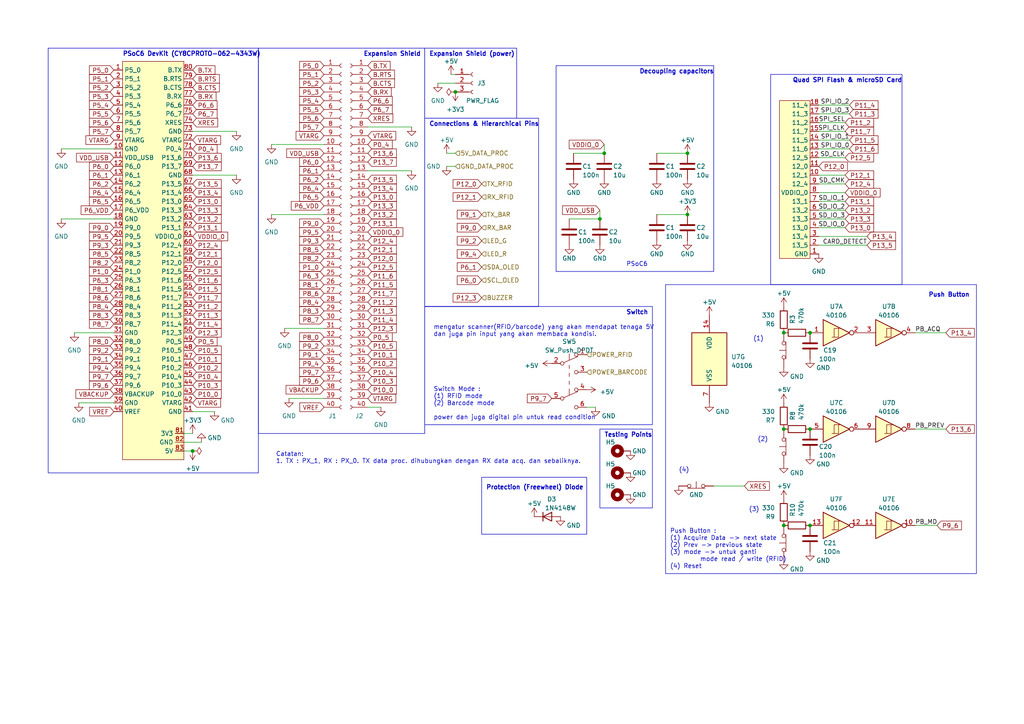
<source format=kicad_sch>
(kicad_sch (version 20230121) (generator eeschema)
  (paper "A4")
  (title_block (title "PSoC (Processing Unit)") (date "2024-04-29") (rev "4.1") (company "Institut Teknologi Bandung") (comment 1 "Bostang Palaguna") (comment 2 "Designed By:"))
  (lib_symbols
    (symbol "4xxx:40106" (pin_names (offset 1.016))
      (property "Reference" "U" (at 0 1.27 0))
      (property "Value" "40106" (at 0 -1.27 0))
      (symbol "40106_1_0"
        (pin input line (at -7.62 0 0) (length 3.81) (name "~") (number "1"))
        (pin output inverted (at 7.62 0 180) (length 3.81) (name "~") (number "2"))
      )
      (symbol "40106_2_0"
        (pin input line (at -7.62 0 0) (length 3.81) (name "~") (number "3"))
        (pin output inverted (at 7.62 0 180) (length 3.81) (name "~") (number "4"))
      )
      (symbol "40106_3_0"
        (pin input line (at -7.62 0 0) (length 3.81) (name "~") (number "5"))
        (pin output inverted (at 7.62 0 180) (length 3.81) (name "~") (number "6"))
      )
      (symbol "40106_4_0"
        (pin output inverted (at 7.62 0 180) (length 3.81) (name "~") (number "8"))
        (pin input line (at -7.62 0 0) (length 3.81) (name "~") (number "9"))
      )
      (symbol "40106_5_0"
        (pin output inverted (at 7.62 0 180) (length 3.81) (name "~") (number "10"))
        (pin input line (at -7.62 0 0) (length 3.81) (name "~") (number "11"))
      )
      (symbol "40106_6_0"
        (pin output inverted (at 7.62 0 180) (length 3.81) (name "~") (number "12"))
        (pin input line (at -7.62 0 0) (length 3.81) (name "~") (number "13"))
      )
      (symbol "40106_7_0"
        (pin power_in line (at 0 12.7 270) (length 5.08) (name "VDD") (number "14"))
        (pin power_in line (at 0 -12.7 90) (length 5.08) (name "VSS") (number "7"))
      )
    )
    (symbol "Connector:Conn_01x03_Socket" (pin_names (offset 1.016) hide)
      (property "Reference" "J" (at 0 5.08 0))
      (property "Value" "Conn_01x03_Socket" (at 0 -5.08 0))
      (symbol "Conn_01x03_Socket_1_1"
        (pin passive line (at -5.08 2.54 0) (length 3.81) (name "Pin_1") (number "1"))
        (pin passive line (at -5.08 0 0) (length 3.81) (name "Pin_2") (number "2"))
        (pin passive line (at -5.08 -2.54 0) (length 3.81) (name "Pin_3") (number "3"))
      )
    )
    (symbol "Connector:Conn_01x40_Socket" (pin_names (offset 1.016) hide)
      (property "Reference" "J" (at 0 50.8 0))
      (property "Value" "Conn_01x40_Socket" (at 0 -53.34 0))
      (symbol "Conn_01x40_Socket_1_1"
        (pin passive line (at -5.08 48.26 0) (length 3.81) (name "Pin_1") (number "1"))
        (pin passive line (at -5.08 25.4 0) (length 3.81) (name "Pin_10") (number "10"))
        (pin passive line (at -5.08 22.86 0) (length 3.81) (name "Pin_11") (number "11"))
        (pin passive line (at -5.08 20.32 0) (length 3.81) (name "Pin_12") (number "12"))
        (pin passive line (at -5.08 17.78 0) (length 3.81) (name "Pin_13") (number "13"))
        (pin passive line (at -5.08 15.24 0) (length 3.81) (name "Pin_14") (number "14"))
        (pin passive line (at -5.08 12.7 0) (length 3.81) (name "Pin_15") (number "15"))
        (pin passive line (at -5.08 10.16 0) (length 3.81) (name "Pin_16") (number "16"))
        (pin passive line (at -5.08 7.62 0) (length 3.81) (name "Pin_17") (number "17"))
        (pin passive line (at -5.08 5.08 0) (length 3.81) (name "Pin_18") (number "18"))
        (pin passive line (at -5.08 2.54 0) (length 3.81) (name "Pin_19") (number "19"))
        (pin passive line (at -5.08 45.72 0) (length 3.81) (name "Pin_2") (number "2"))
        (pin passive line (at -5.08 0 0) (length 3.81) (name "Pin_20") (number "20"))
        (pin passive line (at -5.08 -2.54 0) (length 3.81) (name "Pin_21") (number "21"))
        (pin passive line (at -5.08 -5.08 0) (length 3.81) (name "Pin_22") (number "22"))
        (pin passive line (at -5.08 -7.62 0) (length 3.81) (name "Pin_23") (number "23"))
        (pin passive line (at -5.08 -10.16 0) (length 3.81) (name "Pin_24") (number "24"))
        (pin passive line (at -5.08 -12.7 0) (length 3.81) (name "Pin_25") (number "25"))
        (pin passive line (at -5.08 -15.24 0) (length 3.81) (name "Pin_26") (number "26"))
        (pin passive line (at -5.08 -17.78 0) (length 3.81) (name "Pin_27") (number "27"))
        (pin passive line (at -5.08 -20.32 0) (length 3.81) (name "Pin_28") (number "28"))
        (pin passive line (at -5.08 -22.86 0) (length 3.81) (name "Pin_29") (number "29"))
        (pin passive line (at -5.08 43.18 0) (length 3.81) (name "Pin_3") (number "3"))
        (pin passive line (at -5.08 -25.4 0) (length 3.81) (name "Pin_30") (number "30"))
        (pin passive line (at -5.08 -27.94 0) (length 3.81) (name "Pin_31") (number "31"))
        (pin passive line (at -5.08 -30.48 0) (length 3.81) (name "Pin_32") (number "32"))
        (pin passive line (at -5.08 -33.02 0) (length 3.81) (name "Pin_33") (number "33"))
        (pin passive line (at -5.08 -35.56 0) (length 3.81) (name "Pin_34") (number "34"))
        (pin passive line (at -5.08 -38.1 0) (length 3.81) (name "Pin_35") (number "35"))
        (pin passive line (at -5.08 -40.64 0) (length 3.81) (name "Pin_36") (number "36"))
        (pin passive line (at -5.08 -43.18 0) (length 3.81) (name "Pin_37") (number "37"))
        (pin passive line (at -5.08 -45.72 0) (length 3.81) (name "Pin_38") (number "38"))
        (pin passive line (at -5.08 -48.26 0) (length 3.81) (name "Pin_39") (number "39"))
        (pin passive line (at -5.08 40.64 0) (length 3.81) (name "Pin_4") (number "4"))
        (pin passive line (at -5.08 -50.8 0) (length 3.81) (name "Pin_40") (number "40"))
        (pin passive line (at -5.08 38.1 0) (length 3.81) (name "Pin_5") (number "5"))
        (pin passive line (at -5.08 35.56 0) (length 3.81) (name "Pin_6") (number "6"))
        (pin passive line (at -5.08 33.02 0) (length 3.81) (name "Pin_7") (number "7"))
        (pin passive line (at -5.08 30.48 0) (length 3.81) (name "Pin_8") (number "8"))
        (pin passive line (at -5.08 27.94 0) (length 3.81) (name "Pin_9") (number "9"))
      )
    )
    (symbol "Device:C" (pin_numbers hide) (pin_names (offset 0.254))
      (property "Reference" "C" (at 0.635 2.54 0))
      (property "Value" "C" (at 0.635 -2.54 0))
      (symbol "C_1_1"
        (pin passive line (at 0 3.81 270) (length 2.794) (name "~") (number "1"))
        (pin passive line (at 0 -3.81 90) (length 2.794) (name "~") (number "2"))
      )
    )
    (symbol "Device:R" (pin_numbers hide) (pin_names (offset 0))
      (property "Reference" "R" (at 2.032 0 90))
      (property "Value" "R" (at 0 0 90))
      (symbol "R_1_1"
        (pin passive line (at 0 3.81 270) (length 1.27) (name "~") (number "1"))
        (pin passive line (at 0 -3.81 90) (length 1.27) (name "~") (number "2"))
      )
    )
    (symbol "Diode:1N4148W" (pin_numbers hide) (pin_names hide)
      (property "Reference" "D" (at 0 2.54 0))
      (property "Value" "1N4148W" (at 0 -2.54 0))
      (symbol "1N4148W_1_1"
        (pin passive line (at -3.81 0 0) (length 2.54) (name "K") (number "1"))
        (pin passive line (at 3.81 0 180) (length 2.54) (name "A") (number "2"))
      )
    )
    (symbol "Mechanical:MountingHole_Pad" (pin_numbers hide) (pin_names (offset 1.016) hide)
      (property "Reference" "H" (at 0 6.35 0))
      (property "Value" "MountingHole_Pad" (at 0 4.445 0))
      (symbol "MountingHole_Pad_1_1"
        (pin input line (at 0 -2.54 90) (length 2.54) (name "1") (number "1"))
      )
    )
    (symbol "Switch:SW_Push_DPDT" (pin_names (offset 0) hide)
      (property "Reference" "SW" (at 0 8.89 0))
      (property "Value" "SW_Push_DPDT" (at 0 -10.16 0))
      (symbol "SW_Push_DPDT_1_1"
        (pin passive line (at 5.08 7.62 180) (length 2.54) (name "A") (number "1"))
        (pin passive line (at -5.08 5.08 0) (length 2.54) (name "B") (number "2"))
        (pin passive line (at 5.08 2.54 180) (length 2.54) (name "C") (number "3"))
        (pin passive line (at 5.08 -2.54 180) (length 2.54) (name "A") (number "4"))
        (pin passive line (at -5.08 -5.08 0) (length 2.54) (name "B") (number "5"))
        (pin passive line (at 5.08 -7.62 180) (length 2.54) (name "C") (number "6"))
      )
    )
    (symbol "Switch:SW_Push_Open" (pin_numbers hide) (pin_names (offset 1.016) hide)
      (property "Reference" "SW" (at 0 2.54 0))
      (property "Value" "SW_Push_Open" (at 0 -1.905 0))
      (symbol "SW_Push_Open_0_1"
        (pin passive line (at -5.08 0 0) (length 2.54) (name "A") (number "1"))
      )
      (symbol "SW_Push_Open_1_1"
        (pin passive line (at 5.08 0 180) (length 2.54) (name "B") (number "2"))
      )
    )
    (symbol "WMS_components:CY8CPROTO-062-4343W"
      (property "Reference" "U" (at 1.27 52.07 0))
      (symbol "CY8CPROTO-062-4343W_1_1"
        (pin bidirectional line (at -11.43 46.99 0) (length 2.54) (name "P5_0") (number "1"))
        (pin bidirectional line (at -11.43 24.13 0) (length 2.54) (name "GND") (number "10"))
        (pin bidirectional line (at -11.43 21.59 0) (length 2.54) (name "VDD_USB") (number "11"))
        (pin bidirectional line (at -11.43 19.05 0) (length 2.54) (name "P6_0") (number "12"))
        (pin bidirectional line (at -11.43 16.51 0) (length 2.54) (name "P6_1") (number "13"))
        (pin bidirectional line (at -11.43 13.97 0) (length 2.54) (name "P6_2") (number "14"))
        (pin bidirectional line (at -11.43 11.43 0) (length 2.54) (name "P6_4") (number "15"))
        (pin bidirectional line (at -11.43 8.89 0) (length 2.54) (name "P6_5") (number "16"))
        (pin bidirectional line (at -11.43 6.35 0) (length 2.54) (name "P6_VDD") (number "17"))
        (pin bidirectional line (at -11.43 3.81 0) (length 2.54) (name "GND") (number "18"))
        (pin bidirectional line (at -11.43 1.27 0) (length 2.54) (name "P9_0") (number "19"))
        (pin bidirectional line (at -11.43 44.45 0) (length 2.54) (name "P5_1") (number "2"))
        (pin bidirectional line (at -11.43 -1.27 0) (length 2.54) (name "P9_5") (number "20"))
        (pin bidirectional line (at -11.43 -3.81 0) (length 2.54) (name "P9_3") (number "21"))
        (pin bidirectional line (at -11.43 -6.35 0) (length 2.54) (name "P8_5") (number "22"))
        (pin bidirectional line (at -11.43 -8.89 0) (length 2.54) (name "P8_2") (number "23"))
        (pin bidirectional line (at -11.43 -11.43 0) (length 2.54) (name "P1_0") (number "24"))
        (pin bidirectional line (at -11.43 -13.97 0) (length 2.54) (name "P6_3") (number "25"))
        (pin bidirectional line (at -11.43 -16.51 0) (length 2.54) (name "P8_1") (number "26"))
        (pin bidirectional line (at -11.43 -19.05 0) (length 2.54) (name "P8_6") (number "27"))
        (pin bidirectional line (at -11.43 -21.59 0) (length 2.54) (name "P8_4") (number "28"))
        (pin bidirectional line (at -11.43 -24.13 0) (length 2.54) (name "P8_3") (number "29"))
        (pin bidirectional line (at -11.43 41.91 0) (length 2.54) (name "P5_2") (number "3"))
        (pin bidirectional line (at -11.43 -26.67 0) (length 2.54) (name "P8_7") (number "30"))
        (pin bidirectional line (at -11.43 -29.21 0) (length 2.54) (name "GND") (number "31"))
        (pin bidirectional line (at -11.43 -31.75 0) (length 2.54) (name "P8_0") (number "32"))
        (pin bidirectional line (at -11.43 -34.29 0) (length 2.54) (name "P9_2") (number "33"))
        (pin bidirectional line (at -11.43 -36.83 0) (length 2.54) (name "P9_1") (number "34"))
        (pin bidirectional line (at -11.43 -39.37 0) (length 2.54) (name "P9_4") (number "35"))
        (pin bidirectional line (at -11.43 -41.91 0) (length 2.54) (name "P9_7") (number "36"))
        (pin bidirectional line (at -11.43 -44.45 0) (length 2.54) (name "P9_6") (number "37"))
        (pin bidirectional line (at -11.43 -46.99 0) (length 2.54) (name "VBACKUP") (number "38"))
        (pin bidirectional line (at -11.43 -49.53 0) (length 2.54) (name "GND") (number "39"))
        (pin bidirectional line (at -11.43 39.37 0) (length 2.54) (name "P5_3") (number "4"))
        (pin bidirectional line (at -11.43 -52.07 0) (length 2.54) (name "VREF") (number "40"))
        (pin bidirectional line (at 11.43 -52.07 180) (length 2.54) (name "GND") (number "41"))
        (pin bidirectional line (at 11.43 -49.53 180) (length 2.54) (name "VTARG") (number "42"))
        (pin bidirectional line (at 11.43 -46.99 180) (length 2.54) (name "P10_0") (number "43"))
        (pin bidirectional line (at 11.43 -44.45 180) (length 2.54) (name "P10_3") (number "44"))
        (pin bidirectional line (at 11.43 -41.91 180) (length 2.54) (name "P10_4") (number "45"))
        (pin bidirectional line (at 11.43 -39.37 180) (length 2.54) (name "P10_2") (number "46"))
        (pin bidirectional line (at 11.43 -36.83 180) (length 2.54) (name "P10_1") (number "47"))
        (pin bidirectional line (at 11.43 -34.29 180) (length 2.54) (name "P10_5") (number "48"))
        (pin bidirectional line (at 11.43 -31.75 180) (length 2.54) (name "P0_5") (number "49"))
        (pin bidirectional line (at -11.43 36.83 0) (length 2.54) (name "P5_4") (number "5"))
        (pin bidirectional line (at 11.43 -29.21 180) (length 2.54) (name "P12_3") (number "50"))
        (pin bidirectional line (at 11.43 -26.67 180) (length 2.54) (name "P11_4") (number "51"))
        (pin bidirectional line (at 11.43 -24.13 180) (length 2.54) (name "P11_3") (number "52"))
        (pin bidirectional line (at 11.43 -21.59 180) (length 2.54) (name "P11_2") (number "53"))
        (pin bidirectional line (at 11.43 -19.05 180) (length 2.54) (name "P11_7") (number "54"))
        (pin bidirectional line (at 11.43 -16.51 180) (length 2.54) (name "P11_5") (number "55"))
        (pin bidirectional line (at 11.43 -13.97 180) (length 2.54) (name "P11_6") (number "56"))
        (pin bidirectional line (at 11.43 -11.43 180) (length 2.54) (name "P12_5") (number "57"))
        (pin bidirectional line (at 11.43 -8.89 180) (length 2.54) (name "P12_0") (number "58"))
        (pin bidirectional line (at 11.43 -6.35 180) (length 2.54) (name "P12_1") (number "59"))
        (pin bidirectional line (at -11.43 34.29 0) (length 2.54) (name "P5_5") (number "6"))
        (pin bidirectional line (at 11.43 -3.81 180) (length 2.54) (name "P12_4") (number "60"))
        (pin bidirectional line (at 11.43 -1.27 180) (length 2.54) (name "VDDIO_0") (number "61"))
        (pin bidirectional line (at 11.43 1.27 180) (length 2.54) (name "P13_1") (number "62"))
        (pin bidirectional line (at 11.43 3.81 180) (length 2.54) (name "P13_2") (number "63"))
        (pin bidirectional line (at 11.43 6.35 180) (length 2.54) (name "P13_3") (number "64"))
        (pin bidirectional line (at 11.43 8.89 180) (length 2.54) (name "P13_0") (number "65"))
        (pin bidirectional line (at 11.43 11.43 180) (length 2.54) (name "P13_4") (number "66"))
        (pin bidirectional line (at 11.43 13.97 180) (length 2.54) (name "P13_5") (number "67"))
        (pin bidirectional line (at 11.43 16.51 180) (length 2.54) (name "GND") (number "68"))
        (pin bidirectional line (at 11.43 19.05 180) (length 2.54) (name "P13_7") (number "69"))
        (pin bidirectional line (at -11.43 31.75 0) (length 2.54) (name "P5_6") (number "7"))
        (pin bidirectional line (at 11.43 21.59 180) (length 2.54) (name "P13_6") (number "70"))
        (pin bidirectional line (at 11.43 24.13 180) (length 2.54) (name "P0_4") (number "71"))
        (pin bidirectional line (at 11.43 26.67 180) (length 2.54) (name "VTARG") (number "72"))
        (pin bidirectional line (at 11.43 29.21 180) (length 2.54) (name "GND") (number "73"))
        (pin bidirectional line (at 11.43 31.75 180) (length 2.54) (name "XRES") (number "74"))
        (pin bidirectional line (at 11.43 34.29 180) (length 2.54) (name "P6_7") (number "75"))
        (pin bidirectional line (at 11.43 36.83 180) (length 2.54) (name "P6_6") (number "76"))
        (pin bidirectional line (at 11.43 39.37 180) (length 2.54) (name "B.RX") (number "77"))
        (pin bidirectional line (at 11.43 41.91 180) (length 2.54) (name "B.CTS") (number "78"))
        (pin bidirectional line (at 11.43 44.45 180) (length 2.54) (name "B.RTS") (number "79"))
        (pin bidirectional line (at -11.43 29.21 0) (length 2.54) (name "P5_7") (number "8"))
        (pin bidirectional line (at 11.43 46.99 180) (length 2.54) (name "B.TX") (number "80"))
        (pin power_in line (at 8.89 -58.42 180) (length 2.54) (name "3V3") (number "81"))
        (pin bidirectional line (at 8.89 -60.96 180) (length 2.54) (name "GND") (number "82"))
        (pin power_in line (at 8.89 -63.5 180) (length 2.54) (name "5V") (number "83"))
        (pin bidirectional line (at -11.43 26.67 0) (length 2.54) (name "VTARG") (number "9"))
      )
    )
    (symbol "WMS_components:QUAD_SPI_and_MICRO_SD"
      (property "Reference" "U" (at 0 6.35 0))
      (symbol "QUAD_SPI_and_MICRO_SD_1_1"
        (pin power_in line (at -21.59 -6.35 90) (length 2.54) (name "GND") (number "1"))
        (pin bidirectional line (at 1.27 -6.35 90) (length 2.54) (name "12_1") (number "10"))
        (pin bidirectional line (at 3.81 -6.35 90) (length 2.54) (name "12_0") (number "11"))
        (pin bidirectional line (at 6.35 -6.35 90) (length 2.54) (name "12_5") (number "12"))
        (pin bidirectional line (at 8.89 -6.35 90) (length 2.54) (name "11_6") (number "13"))
        (pin bidirectional line (at 11.43 -6.35 90) (length 2.54) (name "11_5") (number "14"))
        (pin bidirectional line (at 13.97 -6.35 90) (length 2.54) (name "11_7") (number "15"))
        (pin bidirectional line (at 16.51 -6.35 90) (length 2.54) (name "11_2") (number "16"))
        (pin bidirectional line (at 19.05 -6.35 90) (length 2.54) (name "11_3") (number "17"))
        (pin bidirectional line (at 21.59 -6.35 90) (length 2.54) (name "11_4") (number "18"))
        (pin bidirectional line (at -19.05 -6.35 90) (length 2.54) (name "13_5") (number "2"))
        (pin bidirectional line (at -16.51 -6.35 90) (length 2.54) (name "13_4") (number "3"))
        (pin bidirectional line (at -13.97 -6.35 90) (length 2.54) (name "13_0") (number "4"))
        (pin bidirectional line (at -11.43 -6.35 90) (length 2.54) (name "13_3") (number "5"))
        (pin bidirectional line (at -8.89 -6.35 90) (length 2.54) (name "13_2") (number "6"))
        (pin bidirectional line (at -6.35 -6.35 90) (length 2.54) (name "13_1") (number "7"))
        (pin bidirectional line (at -3.81 -6.35 90) (length 2.54) (name "VDDIO_0") (number "8"))
        (pin bidirectional line (at -1.27 -6.35 90) (length 2.54) (name "12_4") (number "9"))
      )
    )
    (symbol "power:+3V3" (power) (pin_names (offset 0))
      (property "Value" "+3V3" (at 0 3.556 0))
      (symbol "+3V3_1_1"
        (pin power_in line (at 0 0 90) (length 0) hide (name "+3V3") (number "1"))
      )
    )
    (symbol "power:+5V" (power) (pin_names (offset 0))
      (property "Value" "+5V" (at 0 3.556 0))
      (symbol "+5V_1_1"
        (pin power_in line (at 0 0 90) (length 0) hide (name "+5V") (number "1"))
      )
    )
    (symbol "power:GND" (power) (pin_names (offset 0))
      (property "Value" "GND" (at 0 -3.81 0))
      (symbol "GND_1_1"
        (pin power_in line (at 0 0 270) (length 0) hide (name "GND") (number "1"))
      )
    )
    (symbol "power:PWR_FLAG" (power) (pin_numbers hide) (pin_names (offset 0) hide)
      (property "Value" "PWR_FLAG" (at 0 3.81 0))
      (symbol "PWR_FLAG_0_0"
        (pin power_out line (at 0 0 90) (length 0) (name "pwr") (number "1"))
      )
    )
  )
  (junction (at 227.33 96.52))
  (junction (at 132.08 26.67))
  (junction (at 199.39 44.45))
  (junction (at 227.33 152.4))
  (junction (at 234.95 124.46))
  (junction (at 199.39 62.23))
  (junction (at 55.88 130.81))
  (junction (at 234.95 96.52))
  (junction (at 173.99 63.5))
  (junction (at 227.33 124.46))
  (junction (at 234.95 152.4))
  (junction (at 175.26 44.45))
  (wire (pts (xy 175.26 41.91) (xy 175.26 44.45)))
  (wire (pts (xy 251.46 68.58) (xy 237.49 68.58)))
  (wire (pts (xy 82.55 95.25) (xy 93.98 95.25)))
  (wire (pts (xy 68.58 38.1) (xy 55.88 38.1)))
  (wire (pts (xy 245.11 58.42) (xy 237.49 58.42)))
  (wire (pts (xy 62.23 119.38) (xy 55.88 119.38)))
  (wire (pts (xy 265.43 96.52) (xy 274.32 96.52)))
  (wire (pts (xy 245.11 50.8) (xy 237.49 50.8)))
  (wire (pts (xy 251.46 71.12) (xy 237.49 71.12)))
  (wire (pts (xy 127 24.13) (xy 132.08 24.13)))
  (wire (pts (xy 129.54 48.26) (xy 132.08 48.26)))
  (wire (pts (xy 245.11 45.72) (xy 237.49 45.72)))
  (wire (pts (xy 246.38 43.18) (xy 237.49 43.18)))
  (wire (pts (xy 245.11 38.1) (xy 237.49 38.1)))
  (wire (pts (xy 55.88 130.81) (xy 53.34 130.81)))
  (wire (pts (xy 58.42 128.27) (xy 53.34 128.27)))
  (wire (pts (xy 83.82 115.57) (xy 93.98 115.57)))
  (wire (pts (xy 274.32 124.46) (xy 265.43 124.46)))
  (wire (pts (xy 245.11 55.88) (xy 237.49 55.88)))
  (wire (pts (xy 78.74 62.23) (xy 93.98 62.23)))
  (wire (pts (xy 190.5 62.23) (xy 199.39 62.23)))
  (wire (pts (xy 190.5 44.45) (xy 199.39 44.45)))
  (wire (pts (xy 246.38 33.02) (xy 237.49 33.02)))
  (wire (pts (xy 17.78 43.18) (xy 33.02 43.18)))
  (wire (pts (xy 68.58 50.8) (xy 55.88 50.8)))
  (wire (pts (xy 78.74 41.91) (xy 93.98 41.91)))
  (wire (pts (xy 22.86 116.84) (xy 33.02 116.84)))
  (wire (pts (xy 17.78 63.5) (xy 33.02 63.5)))
  (wire (pts (xy 246.38 40.64) (xy 237.49 40.64)))
  (wire (pts (xy 246.38 30.48) (xy 237.49 30.48)))
  (wire (pts (xy 245.11 66.04) (xy 237.49 66.04)))
  (wire (pts (xy 21.59 96.52) (xy 33.02 96.52)))
  (wire (pts (xy 166.37 44.45) (xy 175.26 44.45)))
  (wire (pts (xy 119.38 36.83) (xy 106.68 36.83)))
  (wire (pts (xy 207.01 140.97) (xy 215.9 140.97)))
  (wire (pts (xy 55.88 125.73) (xy 53.34 125.73)))
  (wire (pts (xy 172.72 118.11) (xy 170.18 118.11)))
  (wire (pts (xy 271.78 152.4) (xy 265.43 152.4)))
  (wire (pts (xy 129.54 44.45) (xy 132.08 44.45)))
  (wire (pts (xy 119.38 49.53) (xy 106.68 49.53)))
  (wire (pts (xy 245.11 60.96) (xy 237.49 60.96)))
  (wire (pts (xy 110.49 118.11) (xy 106.68 118.11)))
  (wire (pts (xy 245.11 63.5) (xy 237.49 63.5)))
  (wire (pts (xy 165.1 63.5) (xy 173.99 63.5)))
  (wire (pts (xy 130.81 21.59) (xy 132.08 21.59)))
  (wire (pts (xy 245.11 53.34) (xy 237.49 53.34)))
  (wire (pts (xy 245.11 35.56) (xy 237.49 35.56)))
  (wire (pts (xy 173.99 60.96) (xy 173.99 63.5)))
  (rectangle (start 123.19 13.97) (end 149.86 34.29))
  (rectangle (start 74.93 13.97) (end 123.19 125.73))
  (rectangle (start 123.19 88.9) (end 189.23 123.19))
  (rectangle (start 173.99 124.46) (end 189.23 147.32))
  (rectangle (start 193.04 82.55) (end 283.21 166.37))
  (rectangle (start 223.52 21.59) (end 261.62 82.55))
  (rectangle (start 161.29 19.05) (end 207.01 78.74))
  (rectangle (start 139.7 138.43) (end 170.18 154.94))
  (rectangle (start 123.19 34.29) (end 156.21 88.9))
  (rectangle (start 13.97 13.97) (end 74.93 137.16))
  (text "PSoC6" (at 181.61 77.47 0) (effects (font (size 1.27 1.27)) (justify left bottom)))
  (text "(3)" (at 217.17 148.59 0) (effects (font (size 1.27 1.27)) (justify left bottom)))
  (text "PSoC6 DevKit (CY8CPROTO-062-4343W)" (at 35.56 16.51 0) (effects (font (size 1.27 1.27) (thickness 0.254) bold) (justify left bottom)))
  (text "Expansion Shield (power)" (at 124.46 16.51 0) (effects (font (size 1.27 1.27) (thickness 0.254) bold) (justify left bottom)))
  (text "(2)" (at 219.71 128.27 0) (effects (font (size 1.27 1.27)) (justify left bottom)))
  (text "(4)" (at 196.85 137.16 0) (effects (font (size 1.27 1.27)) (justify left bottom)))
  (text "Decoupling capacitors" (at 185.42 21.59 0) (effects (font (size 1.27 1.27) (thickness 0.254) bold) (justify left bottom)))
  (text "Push Button :\n(1) Acquire Data -> next state\n(2) Prev -> previous state\n(3) mode -> untuk ganti\n         mode read / write (RFID)\n(4) Reset" (at 194.31 165.1 0) (effects (font (size 1.27 1.27)) (justify left bottom)))
  (text "(1)" (at 218.44 99.06 0) (effects (font (size 1.27 1.27)) (justify left bottom)))
  (text "Switch" (at 181.61 91.44 0) (effects (font (size 1.27 1.27) (thickness 0.254) bold) (justify left bottom)))
  (text "Expansion Shield" (at 105.41 16.51 0) (effects (font (size 1.27 1.27) (thickness 0.254) bold) (justify left bottom)))
  (text "Connections & Hierarchical Pins" (at 124.46 36.83 0) (effects (font (size 1.27 1.27) (thickness 0.254) bold) (justify left bottom)))
  (text "mengatur scanner(RFID/barcode) yang akan mendapat tenaga 5V\ndan juga pin input yang akan membaca kondisi." (at 125.73 97.79 0) (effects (font (size 1.27 1.27)) (justify left bottom)))
  (text "Catatan:\n1. TX : PX_1, RX : PX_0. TX data proc. dihubungkan dengan RX data acq. dan sebaliknya." (at 80.01 134.62 0) (effects (font (size 1.27 1.27)) (justify left bottom)))
  (text "Protection (Freewheel) Diode" (at 140.97 142.24 0) (effects (font (size 1.27 1.27) (thickness 0.254) bold) (justify left bottom)))
  (text "Switch Mode :\n(1) RFID mode\n(2) Barcode mode\n\npower dan juga digital pin untuk read condition" (at 125.73 121.92 0) (effects (font (size 1.27 1.27)) (justify left bottom)))
  (text "Quad SPI Flash & microSD Card" (at 229.87 24.13 0) (effects (font (size 1.27 1.27) (thickness 0.254) bold) (justify left bottom)))
  (text "Testing Points" (at 175.26 127 0) (effects (font (size 1.27 1.27) (thickness 0.254) bold) (justify left bottom)))
  (text "Push Button" (at 269.24 86.36 0) (effects (font (size 1.27 1.27) (thickness 0.254) bold) (justify left bottom)))
  (label "SPI_IO_2" (at 246.38 30.48 180))
  (label "SD_IO_1" (at 245.11 58.42 180))
  (label "SD_IO_0" (at 245.11 66.04 180))
  (label "PB_PREV" (at 265.43 124.46 0))
  (label "SPI_SEL" (at 245.11 35.56 180))
  (label "PB_ACQ" (at 265.43 96.52 0))
  (label "CARD_DETECT" (at 251.46 71.12 180))
  (label "SPI_IO_0" (at 246.38 43.18 180))
  (label "SD_CLK" (at 245.11 45.72 180))
  (label "SD_CMK" (at 245.11 53.34 180))
  (label "SD_IO_2" (at 245.11 60.96 180))
  (label "SPI_IO_1" (at 246.38 40.64 180))
  (label "SPI_CLK" (at 245.11 38.1 180))
  (label "SPI_IO_3" (at 246.38 33.02 180))
  (label "PB_MD" (at 265.43 152.4 0))
  (label "SD_IO_3" (at 245.11 63.5 180))
  (global_label "P13_5" (shape input) (at 106.68 52.07 0) (property "Intersheetrefs" "${INTERSHEET_REFS}" (effects hide)))
  (global_label "P10_1" (shape input) (at 106.68 102.87 0) (property "Intersheetrefs" "${INTERSHEET_REFS}" (effects hide)))
  (global_label "P11_5" (shape input) (at 55.88 83.82 0) (property "Intersheetrefs" "${INTERSHEET_REFS}" (effects hide)))
  (global_label "P8_7" (shape input) (at 33.02 93.98 180) (property "Intersheetrefs" "${INTERSHEET_REFS}" (effects hide)))
  (global_label "P5_6" (shape input) (at 93.98 34.29 180) (property "Intersheetrefs" "${INTERSHEET_REFS}" (effects hide)))
  (global_label "B.RTS" (shape input) (at 55.88 22.86 0) (property "Intersheetrefs" "${INTERSHEET_REFS}" (effects hide)))
  (global_label "P11_6" (shape input) (at 55.88 81.28 0) (property "Intersheetrefs" "${INTERSHEET_REFS}" (effects hide)))
  (global_label "P11_3" (shape input) (at 55.88 91.44 0) (property "Intersheetrefs" "${INTERSHEET_REFS}" (effects hide)))
  (global_label "P12_0" (shape input) (at 237.49 48.26 0) (property "Intersheetrefs" "${INTERSHEET_REFS}" (effects hide)))
  (global_label "VDD_USB" (shape input) (at 33.02 45.72 180) (property "Intersheetrefs" "${INTERSHEET_REFS}" (effects hide)))
  (global_label "P13_6" (shape input) (at 106.68 44.45 0) (property "Intersheetrefs" "${INTERSHEET_REFS}" (effects hide)))
  (global_label "P5_5" (shape input) (at 33.02 33.02 180) (property "Intersheetrefs" "${INTERSHEET_REFS}" (effects hide)))
  (global_label "P13_3" (shape input) (at 106.68 59.69 0) (property "Intersheetrefs" "${INTERSHEET_REFS}" (effects hide)))
  (global_label "P8_4" (shape input) (at 93.98 87.63 180) (property "Intersheetrefs" "${INTERSHEET_REFS}" (effects hide)))
  (global_label "P11_7" (shape input) (at 55.88 86.36 0) (property "Intersheetrefs" "${INTERSHEET_REFS}" (effects hide)))
  (global_label "VDDIO_0" (shape input) (at 55.88 68.58 0) (property "Intersheetrefs" "${INTERSHEET_REFS}" (effects hide)))
  (global_label "P6_1" (shape input) (at 139.7 77.47 180) (property "Intersheetrefs" "${INTERSHEET_REFS}" (effects hide)))
  (global_label "VTARG" (shape input) (at 33.02 40.64 180) (property "Intersheetrefs" "${INTERSHEET_REFS}" (effects hide)))
  (global_label "P10_0" (shape input) (at 106.68 113.03 0) (property "Intersheetrefs" "${INTERSHEET_REFS}" (effects hide)))
  (global_label "P13_4" (shape input) (at 274.32 96.52 0) (property "Intersheetrefs" "${INTERSHEET_REFS}" (effects hide)))
  (global_label "P9_7" (shape input) (at 93.98 107.95 180) (property "Intersheetrefs" "${INTERSHEET_REFS}" (effects hide)))
  (global_label "P9_6" (shape input) (at 93.98 110.49 180) (property "Intersheetrefs" "${INTERSHEET_REFS}" (effects hide)))
  (global_label "P13_7" (shape input) (at 106.68 46.99 0) (property "Intersheetrefs" "${INTERSHEET_REFS}" (effects hide)))
  (global_label "VTARG" (shape input) (at 106.68 39.37 0) (property "Intersheetrefs" "${INTERSHEET_REFS}" (effects hide)))
  (global_label "XRES" (shape input) (at 106.68 34.29 0) (property "Intersheetrefs" "${INTERSHEET_REFS}" (effects hide)))
  (global_label "P11_7" (shape input) (at 245.11 38.1 0) (property "Intersheetrefs" "${INTERSHEET_REFS}" (effects hide)))
  (global_label "P5_0" (shape input) (at 93.98 19.05 180) (property "Intersheetrefs" "${INTERSHEET_REFS}" (effects hide)))
  (global_label "P5_7" (shape input) (at 33.02 38.1 180) (property "Intersheetrefs" "${INTERSHEET_REFS}" (effects hide)))
  (global_label "P8_2" (shape input) (at 33.02 76.2 180) (property "Intersheetrefs" "${INTERSHEET_REFS}" (effects hide)))
  (global_label "P9_0" (shape input) (at 93.98 64.77 180) (property "Intersheetrefs" "${INTERSHEET_REFS}" (effects hide)))
  (global_label "P11_6" (shape input) (at 246.38 43.18 0) (property "Intersheetrefs" "${INTERSHEET_REFS}" (effects hide)))
  (global_label "P6_1" (shape input) (at 33.02 50.8 180) (property "Intersheetrefs" "${INTERSHEET_REFS}" (effects hide)))
  (global_label "P10_4" (shape input) (at 55.88 109.22 0) (property "Intersheetrefs" "${INTERSHEET_REFS}" (effects hide)))
  (global_label "P11_2" (shape input) (at 55.88 88.9 0) (property "Intersheetrefs" "${INTERSHEET_REFS}" (effects hide)))
  (global_label "P13_0" (shape input) (at 245.11 66.04 0) (property "Intersheetrefs" "${INTERSHEET_REFS}" (effects hide)))
  (global_label "P12_4" (shape input) (at 55.88 71.12 0) (property "Intersheetrefs" "${INTERSHEET_REFS}" (effects hide)))
  (global_label "P6_4" (shape input) (at 33.02 55.88 180) (property "Intersheetrefs" "${INTERSHEET_REFS}" (effects hide)))
  (global_label "P11_2" (shape input) (at 106.68 87.63 0) (property "Intersheetrefs" "${INTERSHEET_REFS}" (effects hide)))
  (global_label "B.CTS" (shape input) (at 55.88 25.4 0) (property "Intersheetrefs" "${INTERSHEET_REFS}" (effects hide)))
  (global_label "VBACKUP" (shape input) (at 33.02 114.3 180) (property "Intersheetrefs" "${INTERSHEET_REFS}" (effects hide)))
  (global_label "P12_3" (shape input) (at 55.88 96.52 0) (property "Intersheetrefs" "${INTERSHEET_REFS}" (effects hide)))
  (global_label "VDD_USB" (shape input) (at 173.99 60.96 180) (property "Intersheetrefs" "${INTERSHEET_REFS}" (effects hide)))
  (global_label "P9_3" (shape input) (at 93.98 69.85 180) (property "Intersheetrefs" "${INTERSHEET_REFS}" (effects hide)))
  (global_label "P6_6" (shape input) (at 106.68 29.21 0) (property "Intersheetrefs" "${INTERSHEET_REFS}" (effects hide)))
  (global_label "P8_0" (shape input) (at 33.02 99.06 180) (property "Intersheetrefs" "${INTERSHEET_REFS}" (effects hide)))
  (global_label "P11_6" (shape input) (at 106.68 80.01 0) (property "Intersheetrefs" "${INTERSHEET_REFS}" (effects hide)))
  (global_label "P6_0" (shape input) (at 93.98 46.99 180) (property "Intersheetrefs" "${INTERSHEET_REFS}" (effects hide)))
  (global_label "VREF" (shape input) (at 33.02 119.38 180) (property "Intersheetrefs" "${INTERSHEET_REFS}" (effects hide)))
  (global_label "P13_7" (shape input) (at 55.88 48.26 0) (property "Intersheetrefs" "${INTERSHEET_REFS}" (effects hide)))
  (global_label "P13_2" (shape input) (at 55.88 63.5 0) (property "Intersheetrefs" "${INTERSHEET_REFS}" (effects hide)))
  (global_label "P9_7" (shape input) (at 33.02 109.22 180) (property "Intersheetrefs" "${INTERSHEET_REFS}" (effects hide)))
  (global_label "P9_0" (shape input) (at 33.02 66.04 180) (property "Intersheetrefs" "${INTERSHEET_REFS}" (effects hide)))
  (global_label "P5_4" (shape input) (at 33.02 30.48 180) (property "Intersheetrefs" "${INTERSHEET_REFS}" (effects hide)))
  (global_label "XRES" (shape input) (at 215.9 140.97 0) (property "Intersheetrefs" "${INTERSHEET_REFS}" (effects hide)))
  (global_label "P13_6" (shape input) (at 55.88 45.72 0) (property "Intersheetrefs" "${INTERSHEET_REFS}" (effects hide)))
  (global_label "B.RX" (shape input) (at 55.88 27.94 0) (property "Intersheetrefs" "${INTERSHEET_REFS}" (effects hide)))
  (global_label "P8_3" (shape input) (at 33.02 91.44 180) (property "Intersheetrefs" "${INTERSHEET_REFS}" (effects hide)))
  (global_label "P10_2" (shape input) (at 55.88 106.68 0) (property "Intersheetrefs" "${INTERSHEET_REFS}" (effects hide)))
  (global_label "P6_3" (shape input) (at 93.98 80.01 180) (property "Intersheetrefs" "${INTERSHEET_REFS}" (effects hide)))
  (global_label "P8_6" (shape input) (at 93.98 85.09 180) (property "Intersheetrefs" "${INTERSHEET_REFS}" (effects hide)))
  (global_label "VTARG" (shape input) (at 55.88 116.84 0) (property "Intersheetrefs" "${INTERSHEET_REFS}" (effects hide)))
  (global_label "P13_5" (shape input) (at 251.46 71.12 0) (property "Intersheetrefs" "${INTERSHEET_REFS}" (effects hide)))
  (global_label "P5_3" (shape input) (at 93.98 26.67 180) (property "Intersheetrefs" "${INTERSHEET_REFS}" (effects hide)))
  (global_label "B.CTS" (shape input) (at 106.68 24.13 0) (property "Intersheetrefs" "${INTERSHEET_REFS}" (effects hide)))
  (global_label "VDDIO_0" (shape input) (at 106.68 67.31 0) (property "Intersheetrefs" "${INTERSHEET_REFS}" (effects hide)))
  (global_label "P11_4" (shape input) (at 106.68 92.71 0) (property "Intersheetrefs" "${INTERSHEET_REFS}" (effects hide)))
  (global_label "P10_3" (shape input) (at 55.88 111.76 0) (property "Intersheetrefs" "${INTERSHEET_REFS}" (effects hide)))
  (global_label "VTARG" (shape input) (at 55.88 40.64 0) (property "Intersheetrefs" "${INTERSHEET_REFS}" (effects hide)))
  (global_label "P8_7" (shape input) (at 93.98 92.71 180) (property "Intersheetrefs" "${INTERSHEET_REFS}" (effects hide)))
  (global_label "P13_6" (shape input) (at 274.32 124.46 0) (property "Intersheetrefs" "${INTERSHEET_REFS}" (effects hide)))
  (global_label "P6_0" (shape input) (at 33.02 48.26 180) (property "Intersheetrefs" "${INTERSHEET_REFS}" (effects hide)))
  (global_label "P0_5" (shape input) (at 55.88 99.06 0) (property "Intersheetrefs" "${INTERSHEET_REFS}" (effects hide)))
  (global_label "P9_3" (shape input) (at 33.02 71.12 180) (property "Intersheetrefs" "${INTERSHEET_REFS}" (effects hide)))
  (global_label "VBACKUP" (shape input) (at 93.98 113.03 180) (property "Intersheetrefs" "${INTERSHEET_REFS}" (effects hide)))
  (global_label "P8_2" (shape input) (at 93.98 74.93 180) (property "Intersheetrefs" "${INTERSHEET_REFS}" (effects hide)))
  (global_label "P11_3" (shape input) (at 246.38 33.02 0) (property "Intersheetrefs" "${INTERSHEET_REFS}" (effects hide)))
  (global_label "P9_4" (shape input) (at 93.98 105.41 180) (property "Intersheetrefs" "${INTERSHEET_REFS}" (effects hide)))
  (global_label "P6_1" (shape input) (at 93.98 49.53 180) (property "Intersheetrefs" "${INTERSHEET_REFS}" (effects hide)))
  (global_label "P12_0" (shape input) (at 55.88 76.2 0) (property "Intersheetrefs" "${INTERSHEET_REFS}" (effects hide)))
  (global_label "P12_1" (shape input) (at 55.88 73.66 0) (property "Intersheetrefs" "${INTERSHEET_REFS}" (effects hide)))
  (global_label "P13_1" (shape input) (at 245.11 58.42 0) (property "Intersheetrefs" "${INTERSHEET_REFS}" (effects hide)))
  (global_label "P10_3" (shape input) (at 106.68 110.49 0) (property "Intersheetrefs" "${INTERSHEET_REFS}" (effects hide)))
  (global_label "P6_5" (shape input) (at 33.02 58.42 180) (property "Intersheetrefs" "${INTERSHEET_REFS}" (effects hide)))
  (global_label "P5_3" (shape input) (at 33.02 27.94 180) (property "Intersheetrefs" "${INTERSHEET_REFS}" (effects hide)))
  (global_label "P9_5" (shape input) (at 33.02 68.58 180) (property "Intersheetrefs" "${INTERSHEET_REFS}" (effects hide)))
  (global_label "P0_4" (shape input) (at 106.68 41.91 0) (property "Intersheetrefs" "${INTERSHEET_REFS}" (effects hide)))
  (global_label "P12_5" (shape input) (at 55.88 78.74 0) (property "Intersheetrefs" "${INTERSHEET_REFS}" (effects hide)))
  (global_label "P9_2" (shape input) (at 33.02 101.6 180) (property "Intersheetrefs" "${INTERSHEET_REFS}" (effects hide)))
  (global_label "P12_1" (shape input) (at 106.68 72.39 0) (property "Intersheetrefs" "${INTERSHEET_REFS}" (effects hide)))
  (global_label "P9_4" (shape input) (at 33.02 106.68 180) (property "Intersheetrefs" "${INTERSHEET_REFS}" (effects hide)))
  (global_label "P13_0" (shape input) (at 55.88 58.42 0) (property "Intersheetrefs" "${INTERSHEET_REFS}" (effects hide)))
  (global_label "P10_0" (shape input) (at 55.88 114.3 0) (property "Intersheetrefs" "${INTERSHEET_REFS}" (effects hide)))
  (global_label "P8_5" (shape input) (at 33.02 73.66 180) (property "Intersheetrefs" "${INTERSHEET_REFS}" (effects hide)))
  (global_label "P13_0" (shape input) (at 106.68 57.15 0) (property "Intersheetrefs" "${INTERSHEET_REFS}" (effects hide)))
  (global_label "P9_6" (shape input) (at 271.78 152.4 0) (property "Intersheetrefs" "${INTERSHEET_REFS}" (effects hide)))
  (global_label "P9_2" (shape input) (at 93.98 100.33 180) (property "Intersheetrefs" "${INTERSHEET_REFS}" (effects hide)))
  (global_label "P13_2" (shape input) (at 106.68 62.23 0) (property "Intersheetrefs" "${INTERSHEET_REFS}" (effects hide)))
  (global_label "P12_1" (shape input) (at 245.11 50.8 0) (property "Intersheetrefs" "${INTERSHEET_REFS}" (effects hide)))
  (global_label "P11_5" (shape input) (at 106.68 82.55 0) (property "Intersheetrefs" "${INTERSHEET_REFS}" (effects hide)))
  (global_label "P6_2" (shape input) (at 33.02 53.34 180) (property "Intersheetrefs" "${INTERSHEET_REFS}" (effects hide)))
  (global_label "P12_0" (shape input) (at 139.7 53.34 180) (property "Intersheetrefs" "${INTERSHEET_REFS}" (effects hide)))
  (global_label "B.RX" (shape input) (at 106.68 26.67 0) (property "Intersheetrefs" "${INTERSHEET_REFS}" (effects hide)))
  (global_label "P6_7" (shape input) (at 106.68 31.75 0) (property "Intersheetrefs" "${INTERSHEET_REFS}" (effects hide)))
  (global_label "P5_0" (shape input) (at 33.02 20.32 180) (property "Intersheetrefs" "${INTERSHEET_REFS}" (effects hide)))
  (global_label "P12_5" (shape input) (at 245.11 45.72 0) (property "Intersheetrefs" "${INTERSHEET_REFS}" (effects hide)))
  (global_label "P6_5" (shape input) (at 93.98 57.15 180) (property "Intersheetrefs" "${INTERSHEET_REFS}" (effects hide)))
  (global_label "P8_3" (shape input) (at 93.98 90.17 180) (property "Intersheetrefs" "${INTERSHEET_REFS}" (effects hide)))
  (global_label "VDD_USB" (shape input) (at 93.98 44.45 180) (property "Intersheetrefs" "${INTERSHEET_REFS}" (effects hide)))
  (global_label "P9_6" (shape input) (at 33.02 111.76 180) (property "Intersheetrefs" "${INTERSHEET_REFS}" (effects hide)))
  (global_label "P11_4" (shape input) (at 55.88 93.98 0) (property "Intersheetrefs" "${INTERSHEET_REFS}" (effects hide)))
  (global_label "VTARG" (shape input) (at 93.98 39.37 180) (property "Intersheetrefs" "${INTERSHEET_REFS}" (effects hide)))
  (global_label "P11_5" (shape input) (at 246.38 40.64 0) (property "Intersheetrefs" "${INTERSHEET_REFS}" (effects hide)))
  (global_label "P1_0" (shape input) (at 33.02 78.74 180) (property "Intersheetrefs" "${INTERSHEET_REFS}" (effects hide)))
  (global_label "P5_2" (shape input) (at 93.98 24.13 180) (property "Intersheetrefs" "${INTERSHEET_REFS}" (effects hide)))
  (global_label "P5_1" (shape input) (at 33.02 22.86 180) (property "Intersheetrefs" "${INTERSHEET_REFS}" (effects hide)))
  (global_label "P10_5" (shape input) (at 55.88 101.6 0) (property "Intersheetrefs" "${INTERSHEET_REFS}" (effects hide)))
  (global_label "P13_2" (shape input) (at 245.11 60.96 0) (property "Intersheetrefs" "${INTERSHEET_REFS}" (effects hide)))
  (global_label "P8_6" (shape input) (at 33.02 86.36 180) (property "Intersheetrefs" "${INTERSHEET_REFS}" (effects hide)))
  (global_label "XRES" (shape input) (at 55.88 35.56 0) (property "Intersheetrefs" "${INTERSHEET_REFS}" (effects hide)))
  (global_label "P9_2" (shape input) (at 139.7 69.85 180) (property "Intersheetrefs" "${INTERSHEET_REFS}" (effects hide)))
  (global_label "P9_1" (shape input) (at 33.02 104.14 180) (property "Intersheetrefs" "${INTERSHEET_REFS}" (effects hide)))
  (global_label "B.RTS" (shape input) (at 106.68 21.59 0) (property "Intersheetrefs" "${INTERSHEET_REFS}" (effects hide)))
  (global_label "P0_5" (shape input) (at 106.68 97.79 0) (property "Intersheetrefs" "${INTERSHEET_REFS}" (effects hide)))
  (global_label "P13_1" (shape input) (at 55.88 66.04 0) (property "Intersheetrefs" "${INTERSHEET_REFS}" (effects hide)))
  (global_label "P12_5" (shape input) (at 106.68 77.47 0) (property "Intersheetrefs" "${INTERSHEET_REFS}" (effects hide)))
  (global_label "P11_4" (shape input) (at 246.38 30.48 0) (property "Intersheetrefs" "${INTERSHEET_REFS}" (effects hide)))
  (global_label "P11_3" (shape input) (at 106.68 90.17 0) (property "Intersheetrefs" "${INTERSHEET_REFS}" (effects hide)))
  (global_label "P9_4" (shape input) (at 139.7 73.66 180) (property "Intersheetrefs" "${INTERSHEET_REFS}" (effects hide)))
  (global_label "P12_0" (shape input) (at 106.68 74.93 0) (property "Intersheetrefs" "${INTERSHEET_REFS}" (effects hide)))
  (global_label "P6_6" (shape input) (at 55.88 30.48 0) (property "Intersheetrefs" "${INTERSHEET_REFS}" (effects hide)))
  (global_label "P5_6" (shape input) (at 33.02 35.56 180) (property "Intersheetrefs" "${INTERSHEET_REFS}" (effects hide)))
  (global_label "P9_5" (shape input) (at 93.98 67.31 180) (property "Intersheetrefs" "${INTERSHEET_REFS}" (effects hide)))
  (global_label "P10_4" (shape input) (at 106.68 107.95 0) (property "Intersheetrefs" "${INTERSHEET_REFS}" (effects hide)))
  (global_label "VTARG" (shape input) (at 106.68 115.57 0) (property "Intersheetrefs" "${INTERSHEET_REFS}" (effects hide)))
  (global_label "P12_4" (shape input) (at 106.68 69.85 0) (property "Intersheetrefs" "${INTERSHEET_REFS}" (effects hide)))
  (global_label "P13_1" (shape input) (at 106.68 64.77 0) (property "Intersheetrefs" "${INTERSHEET_REFS}" (effects hide)))
  (global_label "B.TX" (shape input) (at 106.68 19.05 0) (property "Intersheetrefs" "${INTERSHEET_REFS}" (effects hide)))
  (global_label "P1_0" (shape input) (at 93.98 77.47 180) (property "Intersheetrefs" "${INTERSHEET_REFS}" (effects hide)))
  (global_label "P8_5" (shape input) (at 93.98 72.39 180) (property "Intersheetrefs" "${INTERSHEET_REFS}" (effects hide)))
  (global_label "P8_0" (shape input) (at 93.98 97.79 180) (property "Intersheetrefs" "${INTERSHEET_REFS}" (effects hide)))
  (global_label "P10_5" (shape input) (at 106.68 100.33 0) (property "Intersheetrefs" "${INTERSHEET_REFS}" (effects hide)))
  (global_label "P6_4" (shape input) (at 93.98 54.61 180) (property "Intersheetrefs" "${INTERSHEET_REFS}" (effects hide)))
  (global_label "VREF" (shape input) (at 93.98 118.11 180) (property "Intersheetrefs" "${INTERSHEET_REFS}" (effects hide)))
  (global_label "P8_4" (shape input) (at 33.02 88.9 180) (property "Intersheetrefs" "${INTERSHEET_REFS}" (effects hide)))
  (global_label "P13_4" (shape input) (at 251.46 68.58 0) (property "Intersheetrefs" "${INTERSHEET_REFS}" (effects hide)))
  (global_label "P11_7" (shape input) (at 106.68 85.09 0) (property "Intersheetrefs" "${INTERSHEET_REFS}" (effects hide)))
  (global_label "P12_4" (shape input) (at 245.11 53.34 0) (property "Intersheetrefs" "${INTERSHEET_REFS}" (effects hide)))
  (global_label "P5_5" (shape input) (at 93.98 31.75 180) (property "Intersheetrefs" "${INTERSHEET_REFS}" (effects hide)))
  (global_label "P12_1" (shape input) (at 139.7 57.15 180) (property "Intersheetrefs" "${INTERSHEET_REFS}" (effects hide)))
  (global_label "P8_1" (shape input) (at 93.98 82.55 180) (property "Intersheetrefs" "${INTERSHEET_REFS}" (effects hide)))
  (global_label "P10_1" (shape input) (at 55.88 104.14 0) (property "Intersheetrefs" "${INTERSHEET_REFS}" (effects hide)))
  (global_label "P12_3" (shape input) (at 106.68 95.25 0) (property "Intersheetrefs" "${INTERSHEET_REFS}" (effects hide)))
  (global_label "P13_3" (shape input) (at 245.11 63.5 0) (property "Intersheetrefs" "${INTERSHEET_REFS}" (effects hide)))
  (global_label "P13_4" (shape input) (at 55.88 55.88 0) (property "Intersheetrefs" "${INTERSHEET_REFS}" (effects hide)))
  (global_label "P13_5" (shape input) (at 55.88 53.34 0) (property "Intersheetrefs" "${INTERSHEET_REFS}" (effects hide)))
  (global_label "P8_1" (shape input) (at 33.02 83.82 180) (property "Intersheetrefs" "${INTERSHEET_REFS}" (effects hide)))
  (global_label "P6_7" (shape input) (at 55.88 33.02 0) (property "Intersheetrefs" "${INTERSHEET_REFS}" (effects hide)))
  (global_label "P6_VDD" (shape input) (at 33.02 60.96 180) (property "Intersheetrefs" "${INTERSHEET_REFS}" (effects hide)))
  (global_label "P5_1" (shape input) (at 93.98 21.59 180) (property "Intersheetrefs" "${INTERSHEET_REFS}" (effects hide)))
  (global_label "P10_2" (shape input) (at 106.68 105.41 0) (property "Intersheetrefs" "${INTERSHEET_REFS}" (effects hide)))
  (global_label "P12_3" (shape input) (at 139.7 86.36 180) (property "Intersheetrefs" "${INTERSHEET_REFS}" (effects hide)))
  (global_label "P9_7" (shape input) (at 160.02 115.57 180) (property "Intersheetrefs" "${INTERSHEET_REFS}" (effects hide)))
  (global_label "P5_7" (shape input) (at 93.98 36.83 180) (property "Intersheetrefs" "${INTERSHEET_REFS}" (effects hide)))
  (global_label "B.TX" (shape input) (at 55.88 20.32 0) (property "Intersheetrefs" "${INTERSHEET_REFS}" (effects hide)))
  (global_label "P0_4" (shape input) (at 55.88 43.18 0) (property "Intersheetrefs" "${INTERSHEET_REFS}" (effects hide)))
  (global_label "P13_4" (shape input) (at 106.68 54.61 0) (property "Intersheetrefs" "${INTERSHEET_REFS}" (effects hide)))
  (global_label "P6_2" (shape input) (at 93.98 52.07 180) (property "Intersheetrefs" "${INTERSHEET_REFS}" (effects hide)))
  (global_label "P11_2" (shape input) (at 245.11 35.56 0) (property "Intersheetrefs" "${INTERSHEET_REFS}" (effects hide)))
  (global_label "P6_VDD" (shape input) (at 93.98 59.69 180) (property "Intersheetrefs" "${INTERSHEET_REFS}" (effects hide)))
  (global_label "P5_2" (shape input) (at 33.02 25.4 180) (property "Intersheetrefs" "${INTERSHEET_REFS}" (effects hide)))
  (global_label "P13_3" (shape input) (at 55.88 60.96 0) (property "Intersheetrefs" "${INTERSHEET_REFS}" (effects hide)))
  (global_label "VDDIO_0" (shape input) (at 245.11 55.88 0) (property "Intersheetrefs" "${INTERSHEET_REFS}" (effects hide)))
  (global_label "P9_0" (shape input) (at 139.7 66.04 180) (property "Intersheetrefs" "${INTERSHEET_REFS}" (effects hide)))
  (global_label "P9_1" (shape input) (at 93.98 102.87 180) (property "Intersheetrefs" "${INTERSHEET_REFS}" (effects hide)))
  (global_label "VDDIO_0" (shape input) (at 175.26 41.91 180) (property "Intersheetrefs" "${INTERSHEET_REFS}" (effects hide)))
  (global_label "P6_3" (shape input) (at 33.02 81.28 180) (property "Intersheetrefs" "${INTERSHEET_REFS}" (effects hide)))
  (global_label "P6_0" (shape input) (at 139.7 81.28 180) (property "Intersheetrefs" "${INTERSHEET_REFS}" (effects hide)))
  (global_label "P5_4" (shape input) (at 93.98 29.21 180) (property "Intersheetrefs" "${INTERSHEET_REFS}" (effects hide)))
  (global_label "P9_1" (shape input) (at 139.7 62.23 180) (property "Intersheetrefs" "${INTERSHEET_REFS}" (effects hide)))
  (hierarchical_label "SDA_OLED" (shape input) (at 139.7 77.47 0))
  (hierarchical_label "RX_BAR" (shape input) (at 139.7 66.04 0))
  (hierarchical_label "POWER_RFID" (shape input) (at 170.18 102.87 0))
  (hierarchical_label "TX_BAR" (shape input) (at 139.7 62.23 0))
  (hierarchical_label "LED_R" (shape input) (at 139.7 73.66 0))
  (hierarchical_label "SCL_OLED" (shape input) (at 139.7 81.28 0))
  (hierarchical_label "TX_RFID" (shape input) (at 139.7 53.34 0))
  (hierarchical_label "LED_G" (shape input) (at 139.7 69.85 0))
  (hierarchical_label "POWER_BARCODE" (shape input) (at 170.18 107.95 0))
  (hierarchical_label "BUZZER" (shape input) (at 139.7 86.36 0))
  (hierarchical_label "GND_DATA_PROC" (shape input) (at 132.08 48.26 0))
  (hierarchical_label "5V_DATA_PROC" (shape input) (at 132.08 44.45 0))
  (hierarchical_label "RX_RFID" (shape input) (at 139.7 57.15 0))
  (symbol (lib_id "4xxx:40106") (at 257.81 124.46 0) (unit 4)
    (property "Reference" "U7" (at 257.81 116.84 0))
    (property "Value" "40106" (at 257.81 119.38 0))
    (property "Footprint" "Package_SO:SOIC-14_3.9x8.7mm_P1.27mm" (effects hide))
    (property "Datasheet" "https://assets.nexperia.com/documents/data-sheet/HEF40106B.pdf" (effects hide))
  )
  (symbol (lib_id "power:GND") (at 166.37 52.07 0) (unit 1)
    (property "Reference" "#PWR045" (effects hide))
    (property "Value" "GND" (at 166.37 55.88 0))
    (instances (project "WMS" (path "" (reference "#PWR045") (unit 1)) (path "" (reference "#PWR017") (unit 1)) (path "" (reference "#PWR057") (unit 1))))
  )
  (symbol (lib_id "power:GND") (at 83.82 115.57 0) (unit 1)
    (property "Reference" "#PWR037" (effects hide))
    (property "Value" "GND" (at 83.82 120.65 0))
  )
  (symbol (lib_id "power:GND") (at 182.88 143.51 0) (unit 1)
    (property "Reference" "#PWR030" (effects hide))
    (property "Value" "GND" (at 185.42 143.51 0))
  )
  (symbol (lib_id "power:GND") (at 199.39 69.85 0) (unit 1)
    (property "Reference" "#PWR047" (effects hide))
    (property "Value" "GND" (at 199.39 73.66 0))
    (instances (project "WMS" (path "" (reference "#PWR047") (unit 1)) (path "" (reference "#PWR022") (unit 1)) (path "" (reference "#PWR064") (unit 1))))
  )
  (symbol (lib_id "power:GND") (at 227.33 106.68 0) (unit 1)
    (property "Reference" "#PWR070" (effects hide))
    (property "Value" "GND" (at 231.14 109.22 0))
  )
  (symbol (lib_id "power:GND") (at 196.85 140.97 0) (unit 1)
    (property "Reference" "#PWR046" (effects hide))
    (property "Value" "GND" (at 201.93 143.51 0))
  )
  (symbol (lib_id "power:GND") (at 127 24.13 0) (unit 1)
    (property "Reference" "#PWR042" (effects hide))
    (property "Value" "GND" (at 127 29.21 0))
  )
  (symbol (lib_id "Device:R") (at 231.14 152.4 90) (unit 1)
    (property "Reference" "R10" (at 229.87 149.86 0) (effects (justify left)))
    (property "Value" "470k" (at 232.41 149.86 0) (effects (justify left)))
    (property "Footprint" "Resistor_SMD:R_0805_2012Metric" (effects hide))
  )
  (symbol (lib_id "WMS_components:CY8CPROTO-062-4343W") (at 44.45 67.31 0) (unit 1)
    (property "Reference" "U6" (effects hide))
    (property "Footprint" "WMS_components:CY8CPROTO-062-4343W_v3" (effects hide))
  )
  (symbol (lib_id "power:GND") (at 62.23 119.38 0) (unit 1)
    (property "Reference" "#PWR027" (effects hide))
    (property "Value" "GND" (at 66.04 121.92 0))
  )
  (symbol (lib_id "Device:R") (at 231.14 124.46 90) (unit 1)
    (property "Reference" "R8" (at 229.87 121.92 0) (effects (justify left)))
    (property "Value" "470k" (at 232.41 121.92 0) (effects (justify left)))
    (property "Footprint" "Resistor_SMD:R_0805_2012Metric" (effects hide))
  )
  (symbol (lib_id "power:GND") (at 190.5 69.85 0) (unit 1)
    (property "Reference" "#PWR045" (effects hide))
    (property "Value" "GND" (at 190.5 73.66 0))
    (instances (project "WMS" (path "" (reference "#PWR045") (unit 1)) (path "" (reference "#PWR017") (unit 1)) (path "" (reference "#PWR063") (unit 1))))
  )
  (symbol (lib_id "4xxx:40106") (at 242.57 124.46 0) (unit 3)
    (property "Reference" "U7" (at 242.57 116.84 0))
    (property "Value" "40106" (at 242.57 119.38 0))
    (property "Footprint" "Package_SO:SOIC-14_3.9x8.7mm_P1.27mm" (effects hide))
    (property "Datasheet" "https://assets.nexperia.com/documents/data-sheet/HEF40106B.pdf" (effects hide))
  )
  (symbol (lib_id "power:GND") (at 129.54 48.26 0) (unit 1)
    (property "Reference" "#PWR041" (effects hide))
    (property "Value" "GND" (at 125.73 48.26 0))
  )
  (symbol (lib_id "power:GND") (at 175.26 52.07 0) (unit 1)
    (property "Reference" "#PWR047" (effects hide))
    (property "Value" "GND" (at 175.26 55.88 0))
    (instances (project "WMS" (path "" (reference "#PWR047") (unit 1)) (path "" (reference "#PWR022") (unit 1)) (path "" (reference "#PWR058") (unit 1))))
  )
  (symbol (lib_id "Device:C") (at 190.5 66.04 0) (unit 1)
    (property "Reference" "C1" (at 193.04 66.04 0) (effects (justify left)))
    (property "Value" "100n" (at 193.04 68.58 0) (effects (justify left)))
    (property "Footprint" "Capacitor_SMD:C_0805_2012Metric" (effects hide))
    (instances (project "WMS" (path "" (reference "C1") (unit 1)) (path "" (reference "C3") (unit 1)) (path "" (reference "C15") (unit 1))))
  )
  (symbol (lib_id "Device:C") (at 165.1 67.31 0) (unit 1)
    (property "Reference" "C1" (at 167.64 67.31 0) (effects (justify left)))
    (property "Value" "100n" (at 167.64 69.85 0) (effects (justify left)))
    (property "Footprint" "Capacitor_SMD:C_0805_2012Metric" (effects hide))
    (instances (project "WMS" (path "" (reference "C1") (unit 1)) (path "" (reference "C3") (unit 1)) (path "" (reference "C13") (unit 1))))
  )
  (symbol (lib_id "power:+5V") (at 227.33 88.9 0) (unit 1)
    (property "Reference" "#PWR024" (effects hide))
    (property "Value" "+5V" (at 227.33 85.09 0))
  )
  (symbol (lib_id "power:GND") (at 173.99 71.12 0) (unit 1)
    (property "Reference" "#PWR047" (effects hide))
    (property "Value" "GND" (at 173.99 74.93 0))
    (instances (project "WMS" (path "" (reference "#PWR047") (unit 1)) (path "" (reference "#PWR022") (unit 1)) (path "" (reference "#PWR062") (unit 1))))
  )
  (symbol (lib_id "power:+5V") (at 160.02 105.41 90) (unit 1)
    (property "Reference" "#PWR07" (effects hide))
    (property "Value" "+5V" (at 156.21 106.045 90) (effects (justify left)))
  )
  (symbol (lib_id "power:+5V") (at 227.33 116.84 0) (unit 1)
    (property "Reference" "#PWR073" (effects hide))
    (property "Value" "+5V" (at 227.33 113.03 0))
  )
  (symbol (lib_id "power:+3V3") (at 199.39 62.23 0) (unit 1)
    (property "Reference" "#PWR065" (effects hide))
    (property "Value" "+3V3" (at 199.39 58.42 0))
  )
  (symbol (lib_id "power:GND") (at 205.74 116.84 0) (unit 1)
    (property "Reference" "#PWR071" (effects hide))
    (property "Value" "GND" (at 209.55 119.38 0))
  )
  (symbol (lib_id "4xxx:40106") (at 257.81 96.52 0) (unit 2)
    (property "Reference" "U7" (at 257.81 88.9 0))
    (property "Value" "40106" (at 257.81 91.44 0))
    (property "Footprint" "Package_SO:SOIC-14_3.9x8.7mm_P1.27mm" (effects hide))
    (property "Datasheet" "https://assets.nexperia.com/documents/data-sheet/HEF40106B.pdf" (effects hide))
  )
  (symbol (lib_id "4xxx:40106") (at 257.81 152.4 0) (unit 5)
    (property "Reference" "U7" (at 257.81 144.78 0))
    (property "Value" "40106" (at 257.81 147.32 0))
    (property "Footprint" "Package_SO:SOIC-14_3.9x8.7mm_P1.27mm" (effects hide))
    (property "Datasheet" "https://assets.nexperia.com/documents/data-sheet/HEF40106B.pdf" (effects hide))
  )
  (symbol (lib_id "power:GND") (at 68.58 50.8 0) (unit 1)
    (property "Reference" "#PWR029" (effects hide))
    (property "Value" "GND" (at 68.58 55.88 0))
  )
  (symbol (lib_id "Device:C") (at 234.95 128.27 0) (unit 1)
    (property "Reference" "C20" (at 237.49 129.54 0) (effects (justify left)))
    (property "Value" "100n" (at 237.49 132.08 0) (effects (justify left)))
    (property "Footprint" "Capacitor_SMD:C_0805_2012Metric" (effects hide))
  )
  (symbol (lib_id "power:+5V") (at 154.94 149.86 0) (unit 1)
    (property "Reference" "#PWR035" (effects hide))
    (property "Value" "+5V" (at 154.94 146.05 0))
  )
  (symbol (lib_id "power:+5V") (at 205.74 91.44 0) (unit 1)
    (property "Reference" "#PWR072" (effects hide))
    (property "Value" "+5V" (at 205.74 87.63 0))
  )
  (symbol (lib_id "Switch:SW_Push_Open") (at 227.33 129.54 90) (unit 1)
    (property "Reference" "SW3" (effects hide))
    (property "Value" "SW_Push_Open" (effects hide))
    (property "Footprint" "Button_Switch_THT:SW_PUSH-12mm" (effects hide))
  )
  (symbol (lib_id "Device:C") (at 234.95 156.21 0) (unit 1)
    (property "Reference" "C21" (at 238.76 157.48 0) (effects (justify left)))
    (property "Value" "100n" (at 238.76 160.02 0) (effects (justify left)))
    (property "Footprint" "Capacitor_SMD:C_0805_2012Metric" (effects hide))
  )
  (symbol (lib_id "power:GND") (at 78.74 62.23 0) (unit 1)
    (property "Reference" "#PWR032" (effects hide))
    (property "Value" "GND" (at 78.74 67.31 0))
  )
  (symbol (lib_id "power:GND") (at 68.58 38.1 0) (unit 1)
    (property "Reference" "#PWR028" (effects hide))
    (property "Value" "GND" (at 68.58 43.18 0))
  )
  (symbol (lib_id "Device:C") (at 234.95 100.33 0) (unit 1)
    (property "Reference" "C19" (at 238.76 101.6 0) (effects (justify left)))
    (property "Value" "100n" (at 237.49 104.14 0) (effects (justify left)))
    (property "Footprint" "Capacitor_SMD:C_0805_2012Metric" (effects hide))
  )
  (symbol (lib_id "power:+5V") (at 129.54 44.45 0) (unit 1)
    (property "Reference" "#PWR01" (effects hide))
    (property "Value" "+5V" (at 129.54 40.64 0))
  )
  (symbol (lib_id "power:GND") (at 199.39 52.07 0) (unit 1)
    (property "Reference" "#PWR047" (effects hide))
    (property "Value" "GND" (at 199.39 55.88 0))
    (instances (project "WMS" (path "" (reference "#PWR047") (unit 1)) (path "" (reference "#PWR022") (unit 1)) (path "" (reference "#PWR069") (unit 1))))
  )
  (symbol (lib_id "Device:R") (at 227.33 120.65 180) (unit 1)
    (property "Reference" "R7" (at 224.79 121.92 0) (effects (justify left)))
    (property "Value" "330" (at 224.79 119.38 0) (effects (justify left)))
    (property "Footprint" "Resistor_SMD:R_0805_2012Metric" (effects hide))
  )
  (symbol (lib_id "power:+5V") (at 130.81 21.59 0) (unit 1)
    (property "Reference" "#PWR023" (effects hide))
    (property "Value" "+5V" (at 130.81 17.78 0))
  )
  (symbol (lib_id "power:GND") (at 82.55 95.25 0) (unit 1)
    (property "Reference" "#PWR036" (effects hide))
    (property "Value" "GND" (at 82.55 100.33 0))
  )
  (symbol (lib_id "power:PWR_FLAG") (at 55.88 130.81 270) (unit 1)
    (property "Reference" "#FLG05" (effects hide))
    (property "Value" "PWR_FLAG" (effects hide))
  )
  (symbol (lib_id "power:GND") (at 227.33 134.62 0) (unit 1)
    (property "Reference" "#PWR074" (effects hide))
    (property "Value" "GND" (at 231.14 137.16 0))
  )
  (symbol (lib_id "power:GND") (at 227.33 162.56 0) (unit 1)
    (property "Reference" "#PWR077" (effects hide))
    (property "Value" "GND" (at 231.14 165.1 0))
  )
  (symbol (lib_id "Diode:1N4148W") (at 158.75 149.86 0) (unit 1)
    (property "Reference" "D3" (at 160.02 144.78 0))
    (property "Value" "1N4148W" (at 162.56 147.32 0))
    (property "Footprint" "Diode_SMD:D_SOD-123" (effects hide))
    (property "Datasheet" "https://www.vishay.com/docs/85748/1n4148w.pdf" (effects hide))
    (property "Sim.Device" "D" (effects hide))
    (property "Sim.Pins" "1=K 2=A" (effects hide))
  )
  (symbol (lib_id "power:GND") (at 234.95 104.14 0) (unit 1)
    (property "Reference" "#PWR068" (effects hide))
    (property "Value" "GND" (at 238.76 106.68 0))
  )
  (symbol (lib_id "power:+5V") (at 227.33 144.78 0) (unit 1)
    (property "Reference" "#PWR076" (effects hide))
    (property "Value" "+5V" (at 227.33 140.97 0))
  )
  (symbol (lib_id "power:GND") (at 182.88 130.81 0) (unit 1)
    (property "Reference" "#PWR018" (effects hide))
    (property "Value" "GND" (at 185.42 130.81 0))
  )
  (symbol (lib_id "Connector:Conn_01x03_Socket") (at 137.16 24.13 0) (unit 1)
    (property "Reference" "J3" (at 138.43 24.13 0) (effects (justify left)))
    (property "Value" "Conn_01x03_Socket" (effects hide))
    (property "Footprint" "Connector_PinHeader_2.54mm:PinHeader_1x03_P2.54mm_Vertical" (effects hide))
  )
  (symbol (lib_id "power:GND") (at 165.1 71.12 0) (unit 1)
    (property "Reference" "#PWR045" (effects hide))
    (property "Value" "GND" (at 165.1 74.93 0))
    (instances (project "WMS" (path "" (reference "#PWR045") (unit 1)) (path "" (reference "#PWR017") (unit 1)) (path "" (reference "#PWR061") (unit 1))))
  )
  (symbol (lib_id "Device:R") (at 227.33 148.59 180) (unit 1)
    (property "Reference" "R9" (at 224.79 149.86 0) (effects (justify left)))
    (property "Value" "330" (at 224.79 147.32 0) (effects (justify left)))
    (property "Footprint" "Resistor_SMD:R_0805_2012Metric" (effects hide))
  )
  (symbol (lib_id "power:GND") (at 22.86 116.84 0) (unit 1)
    (property "Reference" "#PWR016" (effects hide))
    (property "Value" "GND" (at 22.86 121.92 0))
  )
  (symbol (lib_id "Device:C") (at 175.26 48.26 0) (unit 1)
    (property "Reference" "C2" (at 177.8 48.26 0) (effects (justify left)))
    (property "Value" "10u" (at 177.8 50.8 0) (effects (justify left)))
    (property "Footprint" "Capacitor_SMD:C_0805_2012Metric" (effects hide))
    (instances (project "WMS" (path "" (reference "C2") (unit 1)) (path "" (reference "C4") (unit 1)) (path "" (reference "C10") (unit 1))))
  )
  (symbol (lib_id "power:+3V3") (at 132.08 26.67 180) (unit 1)
    (property "Reference" "#PWR043" (effects hide))
    (property "Value" "+3V3" (at 132.08 31.75 0))
  )
  (symbol (lib_id "power:GND") (at 172.72 118.11 0) (unit 1)
    (property "Reference" "#PWR034" (effects hide))
    (property "Value" "GND" (at 176.53 120.65 0))
  )
  (symbol (lib_id "power:GND") (at 162.56 149.86 0) (unit 1)
    (property "Reference" "#PWR044" (effects hide))
    (property "Value" "GND" (at 166.37 152.4 0))
  )
  (symbol (lib_id "4xxx:40106") (at 242.57 152.4 0) (unit 6)
    (property "Reference" "U7" (at 242.57 144.78 0))
    (property "Value" "40106" (at 242.57 147.32 0))
    (property "Footprint" "Package_SO:SOIC-14_3.9x8.7mm_P1.27mm" (effects hide))
    (property "Datasheet" "https://assets.nexperia.com/documents/data-sheet/HEF40106B.pdf" (effects hide))
  )
  (symbol (lib_id "power:GND") (at 78.74 41.91 0) (unit 1)
    (property "Reference" "#PWR031" (effects hide))
    (property "Value" "GND" (at 78.74 46.99 0))
  )
  (symbol (lib_id "Switch:SW_Push_Open") (at 227.33 157.48 90) (unit 1)
    (property "Reference" "SW2" (effects hide))
    (property "Value" "SW_Push_Open" (effects hide))
    (property "Footprint" "Button_Switch_THT:SW_PUSH-12mm" (effects hide))
  )
  (symbol (lib_id "Switch:SW_Push_Open") (at 227.33 101.6 90) (unit 1)
    (property "Reference" "SW1" (effects hide))
    (property "Value" "SW_Push_Open" (effects hide))
    (property "Footprint" "Button_Switch_THT:SW_PUSH-12mm" (effects hide))
  )
  (symbol (lib_id "power:+5V") (at 55.88 130.81 180) (unit 1)
    (property "Reference" "#PWR06" (effects hide))
    (property "Value" "+5V" (at 55.88 135.89 0))
  )
  (symbol (lib_id "Device:C") (at 173.99 67.31 0) (unit 1)
    (property "Reference" "C2" (at 176.53 67.31 0) (effects (justify left)))
    (property "Value" "10u" (at 176.53 69.85 0) (effects (justify left)))
    (property "Footprint" "Capacitor_SMD:C_0805_2012Metric" (effects hide))
    (instances (project "WMS" (path "" (reference "C2") (unit 1)) (path "" (reference "C4") (unit 1)) (path "" (reference "C14") (unit 1))))
  )
  (symbol (lib_id "4xxx:40106") (at 205.74 104.14 0) (unit 7)
    (property "Reference" "U7" (at 212.09 103.505 0) (effects (justify left)))
    (property "Value" "40106" (at 212.09 106.045 0) (effects (justify left)))
    (property "Footprint" "Package_SO:SOIC-14_3.9x8.7mm_P1.27mm" (effects hide))
    (property "Datasheet" "https://assets.nexperia.com/documents/data-sheet/HEF40106B.pdf" (effects hide))
  )
  (symbol (lib_id "Mechanical:MountingHole_Pad") (at 180.34 143.51 90) (unit 1)
    (property "Reference" "H5" (at 178.435 140.97 90) (effects (justify left)))
    (property "Value" "MountingHole_Pad" (effects hide))
    (property "Footprint" "TestPoint:TestPoint_Pad_D2.0mm" (effects hide))
    (instances (project "WMS" (path "" (reference "H5") (unit 1)) (path "" (reference "H12") (unit 1)) (path "" (reference "H15") (unit 1))))
  )
  (symbol (lib_id "power:GND") (at 17.78 63.5 0) (unit 1)
    (property "Reference" "#PWR010" (effects hide))
    (property "Value" "GND" (at 17.78 68.58 0))
  )
  (symbol (lib_id "power:GND") (at 190.5 52.07 0) (unit 1)
    (property "Reference" "#PWR045" (effects hide))
    (property "Value" "GND" (at 190.5 55.88 0))
    (instances (project "WMS" (path "" (reference "#PWR045") (unit 1)) (path "" (reference "#PWR017") (unit 1)) (path "" (reference "#PWR067") (unit 1))))
  )
  (symbol (lib_id "power:+3V3") (at 55.88 125.73 0) (unit 1)
    (property "Reference" "#PWR025" (effects hide))
    (property "Value" "+3V3" (at 55.88 121.92 0))
  )
  (symbol (lib_id "power:PWR_FLAG") (at 132.08 26.67 90) (unit 1)
    (property "Reference" "#FLG06" (effects hide))
    (property "Value" "PWR_FLAG" (at 144.78 29.21 90) (effects (justify left)))
  )
  (symbol (lib_id "power:+5V") (at 199.39 44.45 0) (unit 1)
    (property "Reference" "#PWR066" (effects hide))
    (property "Value" "+5V" (at 199.39 40.64 0))
  )
  (symbol (lib_id "power:GND") (at 58.42 128.27 180) (unit 1)
    (property "Reference" "#PWR026" (effects hide))
    (property "Value" "GND" (at 62.23 127 0))
  )
  (symbol (lib_id "Connector:Conn_01x40_Socket") (at 101.6 67.31 0) (mirror y) (unit 1)
    (property "Reference" "J2" (at 105.41 120.65 0) (effects (justify left)))
    (property "Value" "Conn_01x40_Socket" (effects hide))
    (property "Footprint" "Connector_PinHeader_2.54mm:PinHeader_1x40_P2.54mm_Vertical" (effects hide))
  )
  (symbol (lib_id "power:GND") (at 234.95 132.08 0) (unit 1)
    (property "Reference" "#PWR075" (effects hide))
    (property "Value" "GND" (at 238.76 134.62 0))
  )
  (symbol (lib_id "Device:C") (at 190.5 48.26 0) (unit 1)
    (property "Reference" "C1" (at 193.04 48.26 0) (effects (justify left)))
    (property "Value" "100n" (at 193.04 50.8 0) (effects (justify left)))
    (property "Footprint" "Capacitor_SMD:C_0805_2012Metric" (effects hide))
    (instances (project "WMS" (path "" (reference "C1") (unit 1)) (path "" (reference "C3") (unit 1)) (path "" (reference "C17") (unit 1))))
  )
  (symbol (lib_id "Connector:Conn_01x40_Socket") (at 99.06 67.31 0) (unit 1)
    (property "Reference" "J1" (at 95.25 120.65 0) (effects (justify left)))
    (property "Value" "Conn_01x40_Socket" (effects hide))
    (property "Footprint" "Connector_PinHeader_2.54mm:PinHeader_1x40_P2.54mm_Vertical" (effects hide))
  )
  (symbol (lib_id "Mechanical:MountingHole_Pad") (at 180.34 137.16 90) (unit 1)
    (property "Reference" "H5" (at 178.435 134.62 90) (effects (justify left)))
    (property "Value" "MountingHole_Pad" (effects hide))
    (property "Footprint" "TestPoint:TestPoint_Pad_D2.0mm" (effects hide))
    (instances (project "WMS" (path "" (reference "H5") (unit 1)) (path "" (reference "H12") (unit 1)) (path "" (reference "H14") (unit 1))))
  )
  (symbol (lib_id "power:GND") (at 17.78 43.18 0) (unit 1)
    (property "Reference" "#PWR09" (effects hide))
    (property "Value" "GND" (at 17.78 48.26 0))
  )
  (symbol (lib_id "Mechanical:MountingHole_Pad") (at 180.34 130.81 90) (unit 1)
    (property "Reference" "H5" (at 178.435 128.27 90) (effects (justify left)))
    (property "Value" "MountingHole_Pad" (effects hide))
    (property "Footprint" "TestPoint:TestPoint_Pad_D2.0mm" (effects hide))
    (instances (project "WMS" (path "" (reference "H5") (unit 1)) (path "" (reference "H11") (unit 1)) (path "" (reference "H13") (unit 1))))
  )
  (symbol (lib_id "power:GND") (at 110.49 118.11 0) (unit 1)
    (property "Reference" "#PWR038" (effects hide))
    (property "Value" "GND" (at 110.49 123.19 0))
  )
  (symbol (lib_id "Device:R") (at 231.14 96.52 90) (unit 1)
    (property "Reference" "R3" (at 229.87 93.98 0) (effects (justify left)))
    (property "Value" "470k" (at 232.41 93.98 0) (effects (justify left)))
    (property "Footprint" "Resistor_SMD:R_0805_2012Metric" (effects hide))
  )
  (symbol (lib_id "Device:C") (at 199.39 48.26 0) (unit 1)
    (property "Reference" "C2" (at 201.93 48.26 0) (effects (justify left)))
    (property "Value" "10u" (at 201.93 50.8 0) (effects (justify left)))
    (property "Footprint" "Capacitor_SMD:C_0805_2012Metric" (effects hide))
    (instances (project "WMS" (path "" (reference "C2") (unit 1)) (path "" (reference "C4") (unit 1)) (path "" (reference "C18") (unit 1))))
  )
  (symbol (lib_id "power:GND") (at 234.95 160.02 0) (unit 1)
    (property "Reference" "#PWR078" (effects hide))
    (property "Value" "GND" (at 238.76 162.56 0))
  )
  (symbol (lib_id "Device:C") (at 166.37 48.26 0) (unit 1)
    (property "Reference" "C1" (at 168.91 48.26 0) (effects (justify left)))
    (property "Value" "100n" (at 168.91 50.8 0) (effects (justify left)))
    (property "Footprint" "Capacitor_SMD:C_0805_2012Metric" (effects hide))
    (instances (project "WMS" (path "" (reference "C1") (unit 1)) (path "" (reference "C3") (unit 1)) (path "" (reference "C9") (unit 1))))
  )
  (symbol (lib_id "power:GND") (at 237.49 73.66 0) (unit 1)
    (property "Reference" "#PWR08" (effects hide))
    (property "Value" "GND" (at 237.49 78.74 0))
  )
  (symbol (lib_id "Device:C") (at 199.39 66.04 0) (unit 1)
    (property "Reference" "C2" (at 201.93 66.04 0) (effects (justify left)))
    (property "Value" "10u" (at 201.93 68.58 0) (effects (justify left)))
    (property "Footprint" "Capacitor_SMD:C_0805_2012Metric" (effects hide))
    (instances (project "WMS" (path "" (reference "C2") (unit 1)) (path "" (reference "C4") (unit 1)) (path "" (reference "C16") (unit 1))))
  )
  (symbol (lib_id "power:GND") (at 182.88 137.16 0) (unit 1)
    (property "Reference" "#PWR019" (effects hide))
    (property "Value" "GND" (at 185.42 137.16 0))
  )
  (symbol (lib_id "Device:R") (at 227.33 92.71 180) (unit 1)
    (property "Reference" "R6" (at 224.79 93.98 0) (effects (justify left)))
    (property "Value" "330" (at 224.79 91.44 0) (effects (justify left)))
    (property "Footprint" "Resistor_SMD:R_0805_2012Metric" (effects hide))
  )
  (symbol (lib_id "Switch:SW_Push_Open") (at 201.93 140.97 0) (unit 1)
    (property "Reference" "SW6" (effects hide))
    (property "Value" "SW_Push_Open" (effects hide))
    (property "Footprint" "Button_Switch_THT:SW_PUSH_6mm_H9.5mm" (effects hide))
  )
  (symbol (lib_id "power:+5V") (at 170.18 113.03 270) (unit 1)
    (property "Reference" "#PWR011" (effects hide))
    (property "Value" "+5V" (at 173.99 113.665 90) (effects (justify left)))
  )
  (symbol (lib_id "power:GND") (at 119.38 49.53 0) (unit 1)
    (property "Reference" "#PWR040" (effects hide))
    (property "Value" "GND" (at 119.38 54.61 0))
  )
  (symbol (lib_id "4xxx:40106") (at 242.57 96.52 0) (unit 1)
    (property "Reference" "U7" (at 242.57 88.9 0))
    (property "Value" "40106" (at 242.57 91.44 0))
    (property "Footprint" "Package_SO:SOIC-14_3.9x8.7mm_P1.27mm" (effects hide))
    (property "Datasheet" "https://assets.nexperia.com/documents/data-sheet/HEF40106B.pdf" (effects hide))
  )
  (symbol (lib_id "power:GND") (at 21.59 96.52 0) (unit 1)
    (property "Reference" "#PWR014" (effects hide))
    (property "Value" "GND" (at 21.59 101.6 0))
  )
  (symbol (lib_id "WMS_components:QUAD_SPI_and_MICRO_SD") (at 231.14 52.07 90) (unit 1)
    (property "Reference" "U5" (effects hide))
    (property "Footprint" "WMS_components:Quad_SPI_flash_microSD_v2" (effects hide))
  )
  (symbol (lib_id "power:GND") (at 119.38 36.83 0) (unit 1)
    (property "Reference" "#PWR039" (effects hide))
    (property "Value" "GND" (at 119.38 41.91 0))
  )
  (symbol (lib_id "Switch:SW_Push_DPDT") (at 165.1 110.49 0) (unit 1)
    (property "Reference" "SW5" (at 165.1 99.06 0))
    (property "Value" "SW_Push_DPDT" (at 165.1 101.6 0))
    (property "Footprint" "WMS_components:DPDT" (effects hide))
  )
)
</source>
